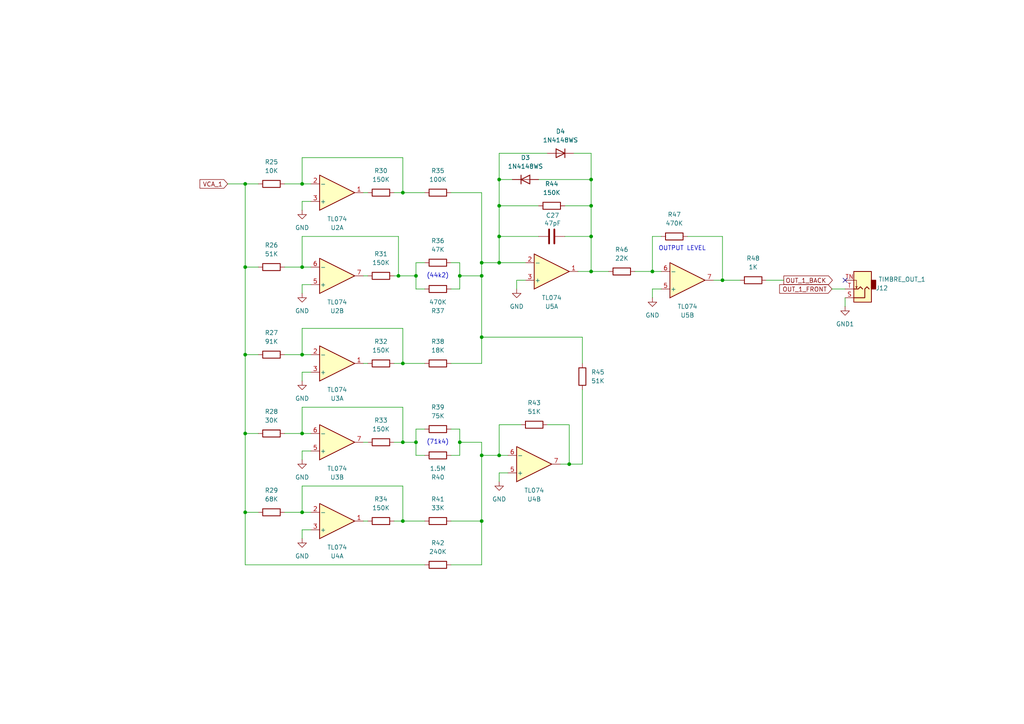
<source format=kicad_sch>
(kicad_sch (version 20250114) (generator "eeschema") (generator_version "9.0")
  (paper "A4")
  (title_block (title "Dual Timbre Wavefolder Section") (date "2025-06-08") (rev "1.1") (company "StudioKAT"))
  (lib_symbols
    (symbol "Amplifier_Operational:TL074" (pin_names (offset 0.127))
      (property "Reference" "U" (at 0 5.08 0))
      (property "Value" "TL074" (at 0 -5.08 0))
      (symbol "TL074_1_1"
        (polyline (pts (xy -5.08 5.08) (xy 5.08 0) (xy -5.08 -5.08) (xy -5.08 5.08)) (stroke (width 0.254)) (fill (type background)))
        (pin input line (at -7.62 2.54 0) (length 2.54) (name "+") (number "3"))
        (pin input line (at -7.62 -2.54 0) (length 2.54) (name "-") (number "2"))
        (pin output line (at 7.62 0 180) (length 2.54) (name "~") (number "1"))
      )
      (symbol "TL074_2_1"
        (polyline (pts (xy -5.08 5.08) (xy 5.08 0) (xy -5.08 -5.08) (xy -5.08 5.08)) (stroke (width 0.254)) (fill (type background)))
        (pin input line (at -7.62 2.54 0) (length 2.54) (name "+") (number "5"))
        (pin input line (at -7.62 -2.54 0) (length 2.54) (name "-") (number "6"))
        (pin output line (at 7.62 0 180) (length 2.54) (name "~") (number "7"))
      )
      (symbol "TL074_3_1"
        (polyline (pts (xy -5.08 5.08) (xy 5.08 0) (xy -5.08 -5.08) (xy -5.08 5.08)) (stroke (width 0.254)) (fill (type background)))
        (pin input line (at -7.62 2.54 0) (length 2.54) (name "+") (number "10"))
        (pin input line (at -7.62 -2.54 0) (length 2.54) (name "-") (number "9"))
        (pin output line (at 7.62 0 180) (length 2.54) (name "~") (number "8"))
      )
      (symbol "TL074_4_1"
        (polyline (pts (xy -5.08 5.08) (xy 5.08 0) (xy -5.08 -5.08) (xy -5.08 5.08)) (stroke (width 0.254)) (fill (type background)))
        (pin input line (at -7.62 2.54 0) (length 2.54) (name "+") (number "12"))
        (pin input line (at -7.62 -2.54 0) (length 2.54) (name "-") (number "13"))
        (pin output line (at 7.62 0 180) (length 2.54) (name "~") (number "14"))
      )
      (symbol "TL074_5_1"
        (pin power_in line (at -2.54 7.62 270) (length 3.81) (name "V+") (number "4"))
        (pin power_in line (at -2.54 -7.62 90) (length 3.81) (name "V-") (number "11"))
      )
    )
    (symbol "Connector_Audio:AudioJack2_SwitchT"
      (property "Reference" "J" (at 0 8.89 0))
      (property "Value" "AudioJack2_SwitchT" (at 0 6.35 0))
      (symbol "AudioJack2_SwitchT_0_1"
        (rectangle (start -2.54 0) (end -3.81 -2.54) (stroke (width 0.254)) (fill (type outline)))
        (polyline (pts (xy 0 0) (xy 0.635 -0.635) (xy 1.27 0) (xy 2.54 0)) (stroke (width 0.254)))
        (polyline (pts (xy 1.778 -0.254) (xy 2.032 -0.762)))
        (rectangle (start 2.54 3.81) (end -2.54 -5.08) (stroke (width 0.254)) (fill (type background)))
        (polyline (pts (xy 2.54 2.54) (xy -0.635 2.54) (xy -0.635 0) (xy -1.27 -0.635) (xy -1.905 0)) (stroke (width 0.254)))
        (polyline (pts (xy 2.54 -2.54) (xy 1.778 -2.54) (xy 1.778 -0.254) (xy 1.524 -0.762)))
      )
      (symbol "AudioJack2_SwitchT_1_1"
        (pin passive line (at 5.08 2.54 180) (length 2.54) (name "~") (number "S"))
        (pin passive line (at 5.08 0 180) (length 2.54) (name "~") (number "T"))
        (pin passive line (at 5.08 -2.54 180) (length 2.54) (name "~") (number "TN"))
      )
    )
    (symbol "Device:C" (pin_numbers (hide yes)) (pin_names (offset 0.254))
      (property "Reference" "C" (at 0.635 2.54 0))
      (property "Value" "C" (at 0.635 -2.54 0))
      (symbol "C_0_1"
        (polyline (pts (xy -2.032 0.762) (xy 2.032 0.762)) (stroke (width 0.508)))
        (polyline (pts (xy -2.032 -0.762) (xy 2.032 -0.762)) (stroke (width 0.508)))
      )
      (symbol "C_1_1"
        (pin passive line (at 0 3.81 270) (length 2.794) (name "~") (number "1"))
        (pin passive line (at 0 -3.81 90) (length 2.794) (name "~") (number "2"))
      )
    )
    (symbol "Device:R" (pin_numbers (hide yes)) (pin_names (offset 0))
      (property "Reference" "R" (at 2.032 0 90))
      (property "Value" "R" (at 0 0 90))
      (symbol "R_0_1"
        (rectangle (start -1.016 -2.54) (end 1.016 2.54) (stroke (width 0.254)))
      )
      (symbol "R_1_1"
        (pin passive line (at 0 3.81 270) (length 1.27) (name "~") (number "1"))
        (pin passive line (at 0 -3.81 90) (length 1.27) (name "~") (number "2"))
      )
    )
    (symbol "Diode:1N4148WS" (pin_numbers (hide yes)) (pin_names (hide yes))
      (property "Reference" "D" (at 0 2.54 0))
      (property "Value" "1N4148WS" (at 0 -2.54 0))
      (symbol "1N4148WS_0_1"
        (polyline (pts (xy -1.27 1.27) (xy -1.27 -1.27)) (stroke (width 0.254)))
        (polyline (pts (xy 1.27 1.27) (xy 1.27 -1.27) (xy -1.27 0) (xy 1.27 1.27)) (stroke (width 0.254)))
        (polyline (pts (xy 1.27 0) (xy -1.27 0)))
      )
      (symbol "1N4148WS_1_1"
        (pin passive line (at -3.81 0 0) (length 2.54) (name "K") (number "1"))
        (pin passive line (at 3.81 0 180) (length 2.54) (name "A") (number "2"))
      )
    )
    (symbol "power:GND" (power) (pin_numbers (hide yes)) (pin_names (offset 0) (hide yes))
      (property "Value" "GND" (at 0 -3.81 0))
      (symbol "GND_0_1"
        (polyline (pts (xy 0 0) (xy 0 -1.27) (xy 1.27 -1.27) (xy 0 -2.54) (xy -1.27 -1.27) (xy 0 -1.27)))
      )
      (symbol "GND_1_1"
        (pin power_in line (at 0 0 270) (length 0) (name "~") (number "1"))
      )
    )
    (symbol "power:GND1" (power) (pin_numbers (hide yes)) (pin_names (offset 0) (hide yes))
      (property "Value" "GND1" (at 0 -3.81 0))
      (symbol "GND1_0_1"
        (polyline (pts (xy 0 0) (xy 0 -1.27) (xy 1.27 -1.27) (xy 0 -2.54) (xy -1.27 -1.27) (xy 0 -1.27)))
      )
      (symbol "GND1_1_1"
        (pin power_in line (at 0 0 270) (length 0) (name "~") (number "1"))
      )
    )
  )
  (text "(71k4)" (at 123.698 129.032 0) (effects (font (size 1.27 1.27)) (justify left bottom)))
  (text "(44k2)" (at 123.698 80.772 0) (effects (font (size 1.27 1.27)) (justify left bottom)))
  (text "OUTPUT LEVEL" (at 197.866 72.136 0) (effects (font (size 1.27 1.27))))
  (junction (at 87.63 102.87))
  (junction (at 87.63 77.47))
  (junction (at 71.12 125.73))
  (junction (at 120.65 128.27))
  (junction (at 87.63 125.73))
  (junction (at 171.45 78.74))
  (junction (at 165.1 134.62))
  (junction (at 115.57 80.01))
  (junction (at 71.12 148.59))
  (junction (at 87.63 148.59))
  (junction (at 120.65 80.01))
  (junction (at 144.78 52.07))
  (junction (at 139.7 151.13))
  (junction (at 87.63 53.34))
  (junction (at 189.23 78.74))
  (junction (at 71.12 53.34))
  (junction (at 133.35 80.01))
  (junction (at 171.45 52.07))
  (junction (at 71.12 102.87))
  (junction (at 139.7 132.08))
  (junction (at 133.35 128.27))
  (junction (at 116.84 55.88))
  (junction (at 116.84 105.41))
  (junction (at 209.55 81.28))
  (junction (at 171.45 59.69))
  (junction (at 71.12 77.47))
  (junction (at 144.78 132.08))
  (junction (at 139.7 80.01))
  (junction (at 144.78 76.2))
  (junction (at 144.78 68.58))
  (junction (at 139.7 76.2))
  (junction (at 144.78 59.69))
  (junction (at 116.84 151.13))
  (junction (at 116.84 128.27))
  (junction (at 171.45 68.58))
  (junction (at 139.7 97.79))
  (no_connect (at 245.11 81.28))
  (wire (pts (xy 156.21 52.07) (xy 171.45 52.07)))
  (wire (pts (xy 87.63 130.81) (xy 87.63 133.35)))
  (wire (pts (xy 71.12 102.87) (xy 71.12 125.73)))
  (wire (pts (xy 82.55 102.87) (xy 87.63 102.87)))
  (wire (pts (xy 144.78 52.07) (xy 144.78 59.69)))
  (wire (pts (xy 191.77 83.82) (xy 189.23 83.82)))
  (wire (pts (xy 87.63 82.55) (xy 87.63 85.09)))
  (wire (pts (xy 168.91 134.62) (xy 165.1 134.62)))
  (wire (pts (xy 133.35 83.82) (xy 133.35 80.01)))
  (wire (pts (xy 87.63 68.58) (xy 115.57 68.58)))
  (wire (pts (xy 133.35 132.08) (xy 130.81 132.08)))
  (wire (pts (xy 139.7 55.88) (xy 139.7 76.2)))
  (wire (pts (xy 189.23 78.74) (xy 191.77 78.74)))
  (wire (pts (xy 158.75 123.19) (xy 165.1 123.19)))
  (wire (pts (xy 71.12 148.59) (xy 71.12 163.83)))
  (wire (pts (xy 133.35 124.46) (xy 133.35 128.27)))
  (wire (pts (xy 199.39 68.58) (xy 209.55 68.58)))
  (wire (pts (xy 130.81 55.88) (xy 139.7 55.88)))
  (wire (pts (xy 171.45 78.74) (xy 167.64 78.74)))
  (wire (pts (xy 139.7 105.41) (xy 139.7 97.79)))
  (wire (pts (xy 171.45 78.74) (xy 176.53 78.74)))
  (wire (pts (xy 241.3 83.82) (xy 245.11 83.82)))
  (wire (pts (xy 120.65 124.46) (xy 123.19 124.46)))
  (wire (pts (xy 116.84 105.41) (xy 116.84 95.25)))
  (wire (pts (xy 130.81 151.13) (xy 139.7 151.13)))
  (wire (pts (xy 90.17 153.67) (xy 87.63 153.67)))
  (wire (pts (xy 106.68 105.41) (xy 105.41 105.41)))
  (wire (pts (xy 120.65 83.82) (xy 120.65 80.01)))
  (wire (pts (xy 120.65 132.08) (xy 120.65 128.27)))
  (wire (pts (xy 168.91 97.79) (xy 139.7 97.79)))
  (wire (pts (xy 71.12 77.47) (xy 71.12 102.87)))
  (wire (pts (xy 116.84 151.13) (xy 116.84 140.97)))
  (wire (pts (xy 156.21 68.58) (xy 144.78 68.58)))
  (wire (pts (xy 144.78 137.16) (xy 144.78 139.7)))
  (wire (pts (xy 90.17 53.34) (xy 87.63 53.34)))
  (wire (pts (xy 105.41 128.27) (xy 106.68 128.27)))
  (wire (pts (xy 66.04 53.34) (xy 71.12 53.34)))
  (wire (pts (xy 165.1 123.19) (xy 165.1 134.62)))
  (wire (pts (xy 156.21 59.69) (xy 144.78 59.69)))
  (wire (pts (xy 163.83 68.58) (xy 171.45 68.58)))
  (wire (pts (xy 184.15 78.74) (xy 189.23 78.74)))
  (wire (pts (xy 130.81 83.82) (xy 133.35 83.82)))
  (wire (pts (xy 147.32 132.08) (xy 144.78 132.08)))
  (wire (pts (xy 144.78 132.08) (xy 144.78 123.19)))
  (wire (pts (xy 189.23 68.58) (xy 189.23 78.74)))
  (wire (pts (xy 116.84 55.88) (xy 123.19 55.88)))
  (wire (pts (xy 90.17 102.87) (xy 87.63 102.87)))
  (wire (pts (xy 116.84 151.13) (xy 123.19 151.13)))
  (wire (pts (xy 87.63 68.58) (xy 87.63 77.47)))
  (wire (pts (xy 139.7 80.01) (xy 139.7 76.2)))
  (wire (pts (xy 133.35 128.27) (xy 139.7 128.27)))
  (wire (pts (xy 74.93 102.87) (xy 71.12 102.87)))
  (wire (pts (xy 74.93 77.47) (xy 71.12 77.47)))
  (wire (pts (xy 87.63 107.95) (xy 87.63 110.49)))
  (wire (pts (xy 106.68 151.13) (xy 105.41 151.13)))
  (wire (pts (xy 139.7 80.01) (xy 139.7 97.79)))
  (wire (pts (xy 74.93 125.73) (xy 71.12 125.73)))
  (wire (pts (xy 106.68 55.88) (xy 105.41 55.88)))
  (wire (pts (xy 87.63 148.59) (xy 87.63 140.97)))
  (wire (pts (xy 222.25 81.28) (xy 227.33 81.28)))
  (wire (pts (xy 139.7 76.2) (xy 144.78 76.2)))
  (wire (pts (xy 90.17 82.55) (xy 87.63 82.55)))
  (wire (pts (xy 120.65 76.2) (xy 120.65 80.01)))
  (wire (pts (xy 144.78 137.16) (xy 147.32 137.16)))
  (wire (pts (xy 116.84 128.27) (xy 120.65 128.27)))
  (wire (pts (xy 149.86 81.28) (xy 149.86 83.82)))
  (wire (pts (xy 130.81 124.46) (xy 133.35 124.46)))
  (wire (pts (xy 82.55 125.73) (xy 87.63 125.73)))
  (wire (pts (xy 171.45 44.45) (xy 171.45 52.07)))
  (wire (pts (xy 90.17 58.42) (xy 87.63 58.42)))
  (wire (pts (xy 106.68 80.01) (xy 105.41 80.01)))
  (wire (pts (xy 144.78 59.69) (xy 144.78 68.58)))
  (wire (pts (xy 87.63 153.67) (xy 87.63 156.21)))
  (wire (pts (xy 245.11 88.9) (xy 245.11 86.36)))
  (wire (pts (xy 144.78 76.2) (xy 152.4 76.2)))
  (wire (pts (xy 152.4 81.28) (xy 149.86 81.28)))
  (wire (pts (xy 120.65 124.46) (xy 120.65 128.27)))
  (wire (pts (xy 120.65 83.82) (xy 123.19 83.82)))
  (wire (pts (xy 116.84 105.41) (xy 123.19 105.41)))
  (wire (pts (xy 144.78 68.58) (xy 144.78 76.2)))
  (wire (pts (xy 90.17 107.95) (xy 87.63 107.95)))
  (wire (pts (xy 87.63 140.97) (xy 116.84 140.97)))
  (wire (pts (xy 116.84 55.88) (xy 116.84 45.72)))
  (wire (pts (xy 82.55 77.47) (xy 87.63 77.47)))
  (wire (pts (xy 71.12 148.59) (xy 74.93 148.59)))
  (wire (pts (xy 209.55 68.58) (xy 209.55 81.28)))
  (wire (pts (xy 115.57 68.58) (xy 115.57 80.01)))
  (wire (pts (xy 144.78 123.19) (xy 151.13 123.19)))
  (wire (pts (xy 166.37 44.45) (xy 171.45 44.45)))
  (wire (pts (xy 130.81 105.41) (xy 139.7 105.41)))
  (wire (pts (xy 171.45 68.58) (xy 171.45 78.74)))
  (wire (pts (xy 133.35 80.01) (xy 139.7 80.01)))
  (wire (pts (xy 71.12 53.34) (xy 71.12 77.47)))
  (wire (pts (xy 144.78 132.08) (xy 139.7 132.08)))
  (wire (pts (xy 148.59 52.07) (xy 144.78 52.07)))
  (wire (pts (xy 87.63 45.72) (xy 116.84 45.72)))
  (wire (pts (xy 133.35 76.2) (xy 133.35 80.01)))
  (wire (pts (xy 87.63 95.25) (xy 116.84 95.25)))
  (wire (pts (xy 87.63 148.59) (xy 90.17 148.59)))
  (wire (pts (xy 133.35 132.08) (xy 133.35 128.27)))
  (wire (pts (xy 168.91 105.41) (xy 168.91 97.79)))
  (wire (pts (xy 123.19 163.83) (xy 71.12 163.83)))
  (wire (pts (xy 114.3 128.27) (xy 116.84 128.27)))
  (wire (pts (xy 87.63 58.42) (xy 87.63 60.96)))
  (wire (pts (xy 165.1 134.62) (xy 162.56 134.62)))
  (wire (pts (xy 71.12 125.73) (xy 71.12 148.59)))
  (wire (pts (xy 115.57 80.01) (xy 120.65 80.01)))
  (wire (pts (xy 139.7 132.08) (xy 139.7 151.13)))
  (wire (pts (xy 87.63 118.11) (xy 116.84 118.11)))
  (wire (pts (xy 209.55 81.28) (xy 214.63 81.28)))
  (wire (pts (xy 90.17 77.47) (xy 87.63 77.47)))
  (wire (pts (xy 82.55 148.59) (xy 87.63 148.59)))
  (wire (pts (xy 114.3 105.41) (xy 116.84 105.41)))
  (wire (pts (xy 191.77 68.58) (xy 189.23 68.58)))
  (wire (pts (xy 74.93 53.34) (xy 71.12 53.34)))
  (wire (pts (xy 87.63 102.87) (xy 87.63 95.25)))
  (wire (pts (xy 171.45 52.07) (xy 171.45 59.69)))
  (wire (pts (xy 120.65 76.2) (xy 123.19 76.2)))
  (wire (pts (xy 87.63 53.34) (xy 87.63 45.72)))
  (wire (pts (xy 90.17 130.81) (xy 87.63 130.81)))
  (wire (pts (xy 139.7 151.13) (xy 139.7 163.83)))
  (wire (pts (xy 114.3 151.13) (xy 116.84 151.13)))
  (wire (pts (xy 133.35 76.2) (xy 130.81 76.2)))
  (wire (pts (xy 114.3 55.88) (xy 116.84 55.88)))
  (wire (pts (xy 207.01 81.28) (xy 209.55 81.28)))
  (wire (pts (xy 168.91 113.03) (xy 168.91 134.62)))
  (wire (pts (xy 82.55 53.34) (xy 87.63 53.34)))
  (wire (pts (xy 139.7 163.83) (xy 130.81 163.83)))
  (wire (pts (xy 87.63 125.73) (xy 87.63 118.11)))
  (wire (pts (xy 171.45 59.69) (xy 171.45 68.58)))
  (wire (pts (xy 189.23 83.82) (xy 189.23 86.36)))
  (wire (pts (xy 158.75 44.45) (xy 144.78 44.45)))
  (wire (pts (xy 139.7 128.27) (xy 139.7 132.08)))
  (wire (pts (xy 120.65 132.08) (xy 123.19 132.08)))
  (wire (pts (xy 144.78 44.45) (xy 144.78 52.07)))
  (wire (pts (xy 116.84 128.27) (xy 116.84 118.11)))
  (wire (pts (xy 163.83 59.69) (xy 171.45 59.69)))
  (wire (pts (xy 87.63 125.73) (xy 90.17 125.73)))
  (wire (pts (xy 114.3 80.01) (xy 115.57 80.01)))
  (global_label "VCA_1" (shape input) (at 66.04 53.34 180) (property "Intersheetrefs" "${INTERSHEET_REFS}" (effects (hide yes))))
  (global_label "OUT_1_FRONT" (shape input) (at 241.3 83.82 180) (property "Intersheetrefs" "${INTERSHEET_REFS}" (effects (hide yes))))
  (global_label "OUT_1_BACK" (shape output) (at 227.33 81.28 0) (property "Intersheetrefs" "${INTERSHEET_REFS}" (effects (hide yes))))
  (symbol (lib_id "Device:R") (at 110.49 105.41 90) (unit 1)
    (property "Reference" "R32" (at 110.49 99.06 90))
    (property "Value" "150K" (at 110.49 101.6 90))
    (property "Footprint" "Resistor_SMD:R_0402_1005Metric" (effects (hide yes)))
    (property "Description" "Resistor" (effects (hide yes)))
    (property "LCSC" "C25755" (effects (hide yes)))
  )
  (symbol (lib_id "Device:R") (at 127 151.13 90) (unit 1)
    (property "Reference" "R41" (at 127 144.78 90))
    (property "Value" "33K" (at 127 147.32 90))
    (property "Footprint" "Resistor_SMD:R_0402_1005Metric" (effects (hide yes)))
    (property "Description" "Resistor" (effects (hide yes)))
    (property "LCSC" "C25779" (effects (hide yes)))
  )
  (symbol (lib_id "Amplifier_Operational:TL074") (at 97.79 128.27 0) (mirror x) (unit 2)
    (property "Reference" "U3" (at 97.79 138.43 0))
    (property "Value" "TL074" (at 97.79 135.89 0))
    (property "Footprint" "Package_SO:SOIC-14_3.9x8.7mm_P1.27mm" (effects (hide yes)))
    (property "Datasheet" "http://www.ti.com/lit/ds/symlink/tl071.pdf" (effects (hide yes)))
    (property "Description" "Quad Low-Noise JFET-Input Operational Amplifiers, DIP-14/SOIC-14" (effects (hide yes)))
    (property "LCSC" "C6963" (effects (hide yes)))
  )
  (symbol (lib_id "power:GND") (at 87.63 85.09 0) (unit 1)
    (property "Reference" "#PWR043" (effects (hide yes)))
    (property "Value" "GND" (at 87.63 90.17 0))
    (property "Description" "Power symbol creates a global label with name \"GND\" , ground" (effects (hide yes)))
  )
  (symbol (lib_id "Diode:1N4148WS") (at 152.4 52.07 0) (unit 1)
    (property "Reference" "D3" (at 152.4 45.72 0))
    (property "Value" "1N4148WS" (at 152.4 48.26 0))
    (property "Footprint" "Diode_SMD:D_SOD-323" (effects (hide yes)))
    (property "Datasheet" "https://www.vishay.com/docs/85751/1n4148ws.pdf" (effects (hide yes)))
    (property "Description" "75V 0.15A Fast switching Diode, SOD-323" (effects (hide yes)))
    (property "Sim.Device" "D" (effects (hide yes)))
    (property "Sim.Pins" "1=K 2=A" (effects (hide yes)))
    (property "LCSC" "C2128" (effects (hide yes)))
  )
  (symbol (lib_id "Device:R") (at 127 76.2 90) (unit 1)
    (property "Reference" "R36" (at 127 69.85 90))
    (property "Value" "47K" (at 127 72.39 90))
    (property "Footprint" "Resistor_SMD:R_0402_1005Metric" (effects (hide yes)))
    (property "Description" "Resistor" (effects (hide yes)))
    (property "LCSC" "C25792" (effects (hide yes)))
  )
  (symbol (lib_id "Device:R") (at 218.44 81.28 90) (unit 1)
    (property "Reference" "R48" (at 218.44 74.93 90))
    (property "Value" "1K" (at 218.44 77.47 90))
    (property "Footprint" "Resistor_SMD:R_0402_1005Metric" (effects (hide yes)))
    (property "Description" "Resistor" (effects (hide yes)))
    (property "LCSC" "C11702" (effects (hide yes)))
  )
  (symbol (lib_id "power:GND") (at 87.63 60.96 0) (unit 1)
    (property "Reference" "#PWR042" (effects (hide yes)))
    (property "Value" "GND" (at 87.63 66.04 0))
    (property "Description" "Power symbol creates a global label with name \"GND\" , ground" (effects (hide yes)))
  )
  (symbol (lib_id "Amplifier_Operational:TL074") (at 97.79 105.41 0) (mirror x) (unit 1)
    (property "Reference" "U3" (at 97.79 115.57 0))
    (property "Value" "TL074" (at 97.79 113.03 0))
    (property "Footprint" "Package_SO:SOIC-14_3.9x8.7mm_P1.27mm" (effects (hide yes)))
    (property "Datasheet" "http://www.ti.com/lit/ds/symlink/tl071.pdf" (effects (hide yes)))
    (property "Description" "Quad Low-Noise JFET-Input Operational Amplifiers, DIP-14/SOIC-14" (effects (hide yes)))
    (property "LCSC" "C6963" (effects (hide yes)))
  )
  (symbol (lib_id "Device:R") (at 127 83.82 90) (mirror x) (unit 1)
    (property "Reference" "R37" (at 127 90.17 90))
    (property "Value" "470K" (at 127 87.63 90))
    (property "Footprint" "Resistor_SMD:R_0402_1005Metric" (effects (hide yes)))
    (property "Description" "Resistor" (effects (hide yes)))
    (property "LCSC" "C25790" (effects (hide yes)))
  )
  (symbol (lib_id "power:GND1") (at 245.11 88.9 0) (unit 1)
    (property "Reference" "#PWR050" (effects (hide yes)))
    (property "Value" "GND1" (at 245.11 93.98 0))
    (property "Description" "Power symbol creates a global label with name \"GND1\" , ground" (effects (hide yes)))
  )
  (symbol (lib_id "power:GND") (at 87.63 133.35 0) (unit 1)
    (property "Reference" "#PWR045" (effects (hide yes)))
    (property "Value" "GND" (at 87.63 138.43 0))
    (property "Description" "Power symbol creates a global label with name \"GND\" , ground" (effects (hide yes)))
  )
  (symbol (lib_id "Device:R") (at 78.74 148.59 90) (unit 1)
    (property "Reference" "R29" (at 78.74 142.24 90))
    (property "Value" "68K" (at 78.74 144.78 90))
    (property "Footprint" "Resistor_SMD:R_0402_1005Metric" (effects (hide yes)))
    (property "Description" "Resistor" (effects (hide yes)))
    (property "LCSC" "C36871" (effects (hide yes)))
  )
  (symbol (lib_id "power:GND") (at 149.86 83.82 0) (unit 1)
    (property "Reference" "#PWR048" (effects (hide yes)))
    (property "Value" "GND" (at 149.86 88.9 0))
    (property "Description" "Power symbol creates a global label with name \"GND\" , ground" (effects (hide yes)))
  )
  (symbol (lib_id "Device:R") (at 127 132.08 90) (mirror x) (unit 1)
    (property "Reference" "R40" (at 127 138.43 90))
    (property "Value" "1.5M" (at 127 135.89 90))
    (property "Footprint" "Resistor_SMD:R_0603_1608Metric" (effects (hide yes)))
    (property "Description" "Resistor" (effects (hide yes)))
    (property "LCSC" "C4172" (effects (hide yes)))
  )
  (symbol (lib_id "Device:R") (at 110.49 151.13 90) (unit 1)
    (property "Reference" "R34" (at 110.49 144.78 90))
    (property "Value" "150K" (at 110.49 147.32 90))
    (property "Footprint" "Resistor_SMD:R_0402_1005Metric" (effects (hide yes)))
    (property "Description" "Resistor" (effects (hide yes)))
    (property "LCSC" "C25755" (effects (hide yes)))
  )
  (symbol (lib_id "Device:R") (at 110.49 55.88 90) (unit 1)
    (property "Reference" "R30" (at 110.49 49.53 90))
    (property "Value" "150K" (at 110.49 52.07 90))
    (property "Footprint" "Resistor_SMD:R_0402_1005Metric" (effects (hide yes)))
    (property "Description" "Resistor" (effects (hide yes)))
    (property "LCSC" "C25755" (effects (hide yes)))
  )
  (symbol (lib_id "Diode:1N4148WS") (at 162.56 44.45 0) (mirror y) (unit 1)
    (property "Reference" "D4" (at 162.56 38.1 0))
    (property "Value" "1N4148WS" (at 162.56 40.64 0))
    (property "Footprint" "Diode_SMD:D_SOD-323" (effects (hide yes)))
    (property "Datasheet" "https://www.vishay.com/docs/85751/1n4148ws.pdf" (effects (hide yes)))
    (property "Description" "75V 0.15A Fast switching Diode, SOD-323" (effects (hide yes)))
    (property "Sim.Device" "D" (effects (hide yes)))
    (property "Sim.Pins" "1=K 2=A" (effects (hide yes)))
    (property "LCSC" "C2128" (effects (hide yes)))
  )
  (symbol (lib_id "Connector_Audio:AudioJack2_SwitchT") (at 250.19 83.82 180) (unit 1)
    (property "Reference" "J12" (at 255.778 83.566 0))
    (property "Value" "TIMBRE_OUT_1" (at 261.62 81.026 0))
    (property "Footprint" "kat_eurorack:AudioJack_PJ301M-12" (effects (hide yes)))
    (property "Description" "Audio Jack, 2 Poles (Mono / TS), Switched T Pole (Normalling)" (effects (hide yes)))
  )
  (symbol (lib_id "Amplifier_Operational:TL074") (at 199.39 81.28 0) (mirror x) (unit 2)
    (property "Reference" "U5" (at 199.39 91.44 0))
    (property "Value" "TL074" (at 199.39 88.9 0))
    (property "Footprint" "Package_SO:SOIC-14_3.9x8.7mm_P1.27mm" (effects (hide yes)))
    (property "Datasheet" "http://www.ti.com/lit/ds/symlink/tl071.pdf" (effects (hide yes)))
    (property "Description" "Quad Low-Noise JFET-Input Operational Amplifiers, DIP-14/SOIC-14" (effects (hide yes)))
    (property "LCSC" "C6963" (effects (hide yes)))
  )
  (symbol (lib_id "Device:R") (at 127 105.41 90) (unit 1)
    (property "Reference" "R38" (at 127 99.06 90))
    (property "Value" "18K" (at 127 101.6 90))
    (property "Footprint" "Resistor_SMD:R_0402_1005Metric" (effects (hide yes)))
    (property "Description" "Resistor" (effects (hide yes)))
    (property "LCSC" "C25762" (effects (hide yes)))
  )
  (symbol (lib_id "Device:R") (at 78.74 77.47 90) (unit 1)
    (property "Reference" "R26" (at 78.74 71.12 90))
    (property "Value" "51K" (at 78.74 73.66 90))
    (property "Footprint" "Resistor_SMD:R_0402_1005Metric" (effects (hide yes)))
    (property "Description" "Resistor" (effects (hide yes)))
    (property "LCSC" "C25794" (effects (hide yes)))
  )
  (symbol (lib_id "Device:R") (at 168.91 109.22 180) (unit 1)
    (property "Reference" "R45" (at 171.45 107.9499 0) (effects (justify right)))
    (property "Value" "51K" (at 171.45 110.4899 0) (effects (justify right)))
    (property "Footprint" "Resistor_SMD:R_0402_1005Metric" (effects (hide yes)))
    (property "Description" "Resistor" (effects (hide yes)))
    (property "LCSC" "C25794" (effects (hide yes)))
  )
  (symbol (lib_id "Device:R") (at 127 163.83 90) (unit 1)
    (property "Reference" "R42" (at 127 157.48 90))
    (property "Value" "240K" (at 127 160.02 90))
    (property "Footprint" "Resistor_SMD:R_0603_1608Metric" (effects (hide yes)))
    (property "Description" "Resistor" (effects (hide yes)))
    (property "LCSC" "C4197" (effects (hide yes)))
  )
  (symbol (lib_id "Amplifier_Operational:TL074") (at 160.02 78.74 0) (mirror x) (unit 1)
    (property "Reference" "U5" (at 160.02 88.9 0))
    (property "Value" "TL074" (at 160.02 86.36 0))
    (property "Footprint" "Package_SO:SOIC-14_3.9x8.7mm_P1.27mm" (effects (hide yes)))
    (property "Datasheet" "http://www.ti.com/lit/ds/symlink/tl071.pdf" (effects (hide yes)))
    (property "Description" "Quad Low-Noise JFET-Input Operational Amplifiers, DIP-14/SOIC-14" (effects (hide yes)))
    (property "LCSC" "C6963" (effects (hide yes)))
  )
  (symbol (lib_id "Amplifier_Operational:TL074") (at 154.94 134.62 0) (mirror x) (unit 2)
    (property "Reference" "U4" (at 154.94 144.78 0))
    (property "Value" "TL074" (at 154.94 142.24 0))
    (property "Footprint" "Package_SO:SOIC-14_3.9x8.7mm_P1.27mm" (effects (hide yes)))
    (property "Datasheet" "http://www.ti.com/lit/ds/symlink/tl071.pdf" (effects (hide yes)))
    (property "Description" "Quad Low-Noise JFET-Input Operational Amplifiers, DIP-14/SOIC-14" (effects (hide yes)))
    (property "LCSC" "C6963" (effects (hide yes)))
  )
  (symbol (lib_id "Amplifier_Operational:TL074") (at 97.79 151.13 0) (mirror x) (unit 1)
    (property "Reference" "U4" (at 97.79 161.29 0))
    (property "Value" "TL074" (at 97.79 158.75 0))
    (property "Footprint" "Package_SO:SOIC-14_3.9x8.7mm_P1.27mm" (effects (hide yes)))
    (property "Datasheet" "http://www.ti.com/lit/ds/symlink/tl071.pdf" (effects (hide yes)))
    (property "Description" "Quad Low-Noise JFET-Input Operational Amplifiers, DIP-14/SOIC-14" (effects (hide yes)))
    (property "LCSC" "C6963" (effects (hide yes)))
  )
  (symbol (lib_id "Amplifier_Operational:TL074") (at 97.79 55.88 0) (mirror x) (unit 1)
    (property "Reference" "U2" (at 97.79 66.04 0))
    (property "Value" "TL074" (at 97.79 63.5 0))
    (property "Footprint" "Package_SO:SOIC-14_3.9x8.7mm_P1.27mm" (effects (hide yes)))
    (property "Datasheet" "http://www.ti.com/lit/ds/symlink/tl071.pdf" (effects (hide yes)))
    (property "Description" "Quad Low-Noise JFET-Input Operational Amplifiers, DIP-14/SOIC-14" (effects (hide yes)))
    (property "LCSC" "C6963" (effects (hide yes)))
  )
  (symbol (lib_id "Device:R") (at 110.49 80.01 90) (unit 1)
    (property "Reference" "R31" (at 110.49 73.66 90))
    (property "Value" "150K" (at 110.49 76.2 90))
    (property "Footprint" "Resistor_SMD:R_0402_1005Metric" (effects (hide yes)))
    (property "Description" "Resistor" (effects (hide yes)))
    (property "LCSC" "C25755" (effects (hide yes)))
  )
  (symbol (lib_id "Device:C") (at 160.02 68.58 90) (unit 1)
    (property "Reference" "C27" (at 160.274 62.484 90))
    (property "Value" "47pF" (at 160.274 64.77 90))
    (property "Footprint" "Capacitor_SMD:C_0402_1005Metric" (effects (hide yes)))
    (property "LCSC" "C1567" (effects (hide yes)))
  )
  (symbol (lib_id "Device:R") (at 160.02 59.69 90) (unit 1)
    (property "Reference" "R44" (at 160.02 53.34 90))
    (property "Value" "150K" (at 160.02 55.88 90))
    (property "Footprint" "Resistor_SMD:R_0402_1005Metric" (effects (hide yes)))
    (property "Description" "Resistor" (effects (hide yes)))
    (property "LCSC" "C25755" (effects (hide yes)))
  )
  (symbol (lib_id "Device:R") (at 78.74 125.73 90) (unit 1)
    (property "Reference" "R28" (at 78.74 119.38 90))
    (property "Value" "30K" (at 78.74 121.92 90))
    (property "Footprint" "Resistor_SMD:R_0603_1608Metric" (effects (hide yes)))
    (property "Description" "Resistor" (effects (hide yes)))
    (property "LCSC" "C22984" (effects (hide yes)))
  )
  (symbol (lib_id "Device:R") (at 127 124.46 90) (unit 1)
    (property "Reference" "R39" (at 127 118.11 90))
    (property "Value" "75K" (at 127 120.65 90))
    (property "Footprint" "Resistor_SMD:R_0402_1005Metric" (effects (hide yes)))
    (property "Description" "Resistor" (effects (hide yes)))
    (property "LCSC" "C25798" (effects (hide yes)))
  )
  (symbol (lib_id "Device:R") (at 180.34 78.74 90) (unit 1)
    (property "Reference" "R46" (at 180.34 72.39 90))
    (property "Value" "22K" (at 180.34 74.93 90))
    (property "Footprint" "Resistor_SMD:R_0603_1608Metric_Pad0.98x0.95mm_HandSolder" (effects (hide yes)))
    (property "Description" "Resistor" (effects (hide yes)))
    (property "LCSC" "C31850" (effects (hide yes)))
  )
  (symbol (lib_id "power:GND") (at 189.23 86.36 0) (unit 1)
    (property "Reference" "#PWR049" (effects (hide yes)))
    (property "Value" "GND" (at 189.23 91.44 0))
  )
  (symbol (lib_id "Device:R") (at 127 55.88 90) (unit 1)
    (property "Reference" "R35" (at 127 49.53 90))
    (property "Value" "100K" (at 127 52.07 90))
    (property "Footprint" "Resistor_SMD:R_0402_1005Metric" (effects (hide yes)))
    (property "Description" "Resistor" (effects (hide yes)))
    (property "LCSC" "C25741" (effects (hide yes)))
  )
  (symbol (lib_id "Device:R") (at 78.74 53.34 90) (unit 1)
    (property "Reference" "R25" (at 78.74 46.99 90))
    (property "Value" "10K" (at 78.74 49.53 90))
    (property "Footprint" "Resistor_SMD:R_0402_1005Metric" (effects (hide yes)))
    (property "Description" "Resistor" (effects (hide yes)))
    (property "LCSC" "C25744" (effects (hide yes)))
  )
  (symbol (lib_id "Device:R") (at 195.58 68.58 90) (unit 1)
    (property "Reference" "R47" (at 195.58 62.23 90))
    (property "Value" "470K" (at 195.58 64.77 90))
    (property "Footprint" "Resistor_SMD:R_0603_1608Metric_Pad0.98x0.95mm_HandSolder" (effects (hide yes)))
    (property "Description" "Resistor" (effects (hide yes)))
    (property "LCSC" "C23178" (effects (hide yes)))
  )
  (symbol (lib_id "Amplifier_Operational:TL074") (at 97.79 80.01 0) (mirror x) (unit 2)
    (property "Reference" "U2" (at 97.79 90.17 0))
    (property "Value" "TL074" (at 97.79 87.63 0))
    (property "Footprint" "Package_SO:SOIC-14_3.9x8.7mm_P1.27mm" (effects (hide yes)))
    (property "Datasheet" "http://www.ti.com/lit/ds/symlink/tl071.pdf" (effects (hide yes)))
    (property "Description" "Quad Low-Noise JFET-Input Operational Amplifiers, DIP-14/SOIC-14" (effects (hide yes)))
    (property "LCSC" "C6963" (effects (hide yes)))
  )
  (symbol (lib_id "Device:R") (at 78.74 102.87 90) (unit 1)
    (property "Reference" "R27" (at 78.74 96.52 90))
    (property "Value" "91K" (at 78.74 99.06 90))
    (property "Footprint" "Resistor_SMD:R_0603_1608Metric" (effects (hide yes)))
    (property "Description" "Resistor" (effects (hide yes)))
    (property "LCSC" "C23265" (effects (hide yes)))
  )
  (symbol (lib_id "power:GND") (at 144.78 139.7 0) (unit 1)
    (property "Reference" "#PWR047" (effects (hide yes)))
    (property "Value" "GND" (at 144.78 144.78 0))
    (property "Description" "Power symbol creates a global label with name \"GND\" , ground" (effects (hide yes)))
  )
  (symbol (lib_id "power:GND") (at 87.63 110.49 0) (unit 1)
    (property "Reference" "#PWR044" (effects (hide yes)))
    (property "Value" "GND" (at 87.63 115.57 0))
    (property "Description" "Power symbol creates a global label with name \"GND\" , ground" (effects (hide yes)))
  )
  (symbol (lib_id "power:GND") (at 87.63 156.21 0) (unit 1)
    (property "Reference" "#PWR046" (effects (hide yes)))
    (property "Value" "GND" (at 87.63 161.29 0))
    (property "Description" "Power symbol creates a global label with name \"GND\" , ground" (effects (hide yes)))
  )
  (symbol (lib_id "Device:R") (at 154.94 123.19 90) (unit 1)
    (property "Reference" "R43" (at 154.94 116.84 90))
    (property "Value" "51K" (at 154.94 119.38 90))
    (property "Footprint" "Resistor_SMD:R_0402_1005Metric" (effects (hide yes)))
    (property "Description" "Resistor" (effects (hide yes)))
    (property "LCSC" "C25794" (effects (hide yes)))
  )
  (symbol (lib_id "Device:R") (at 110.49 128.27 90) (unit 1)
    (property "Reference" "R33" (at 110.49 121.92 90))
    (property "Value" "150K" (at 110.49 124.46 90))
    (property "Footprint" "Resistor_SMD:R_0402_1005Metric" (effects (hide yes)))
    (property "Description" "Resistor" (effects (hide yes)))
    (property "LCSC" "C25755" (effects (hide yes)))
  )
)
</source>
